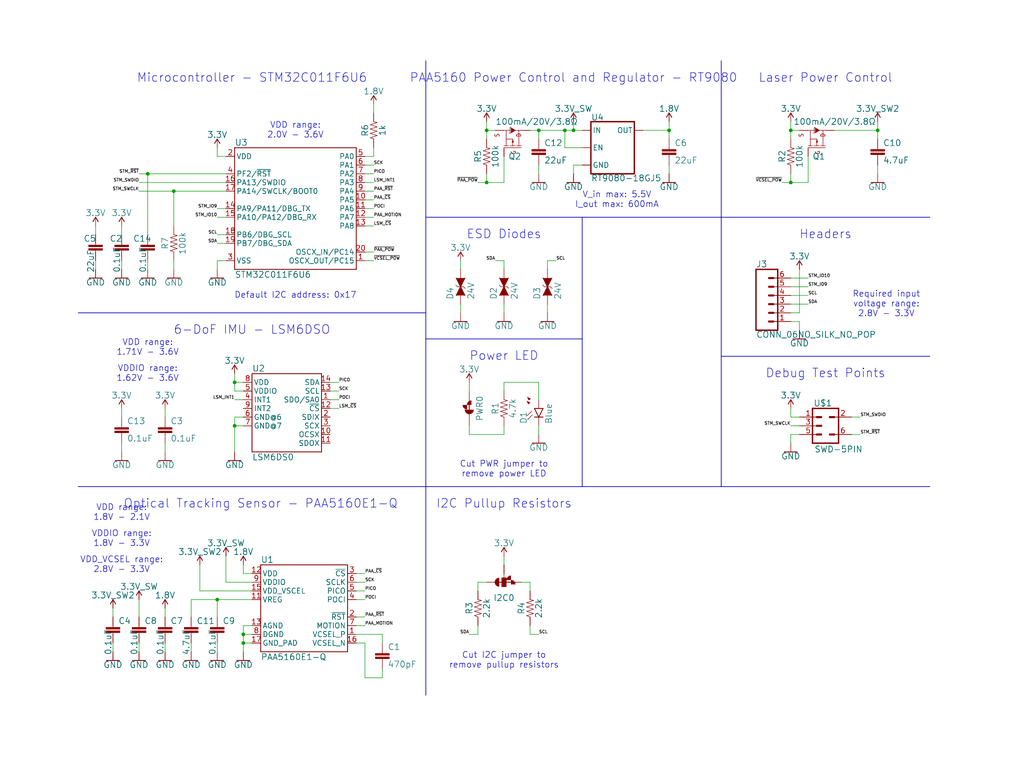
<source format=kicad_sch>
(kicad_sch (version 20250114) (generator "eeschema") (generator_version "9.0")
  (paper "User" 299.314 224.739)
  (text "Power LED" (at 147.32 104.14 0) (effects (font (size 2.54 2.54))))
  (text "VDD range:\n2.0V - 3.6V" (at 86.36 38.1 0) (effects (font (size 1.778 1.778))))
  (text "I2C Pullup Resistors" (at 147.32 147.32 0) (effects (font (size 2.54 2.54))))
  (text "6-DoF IMU - LSM6DSO" (at 73.66 96.52 0) (effects (font (size 2.54 2.54))))
  (text "Microcontroller - STM32C011F6U6" (at 73.66 22.86 0) (effects (font (size 2.54 2.54))))
  (text "Cut I2C jumper to\nremove pullup resistors" (at 147.32 193.04 0) (effects (font (size 1.778 1.778))))
  (text "VDDIO range:\n1.62V - 3.6V" (at 43.18 109.22 0) (effects (font (size 1.778 1.778))))
  (text "VDDIO range:\n1.8V - 3.3V" (at 35.56 157.48 0) (effects (font (size 1.778 1.778))))
  (text "Debug Test Points" (at 241.3 109.22 0) (effects (font (size 2.54 2.54))))
  (text "Cut PWR jumper to\nremove power LED" (at 147.32 137.16 0) (effects (font (size 1.778 1.778))))
  (text "PAA5160 Power Control and Regulator - RT9080" (at 167.64 22.86 0) (effects (font (size 2.54 2.54))))
  (text "Default I2C address: 0x17" (at 86.36 86.36 0) (effects (font (size 1.778 1.778))))
  (text "VDD range:\n1.8V - 2.1V" (at 35.56 149.86 0) (effects (font (size 1.778 1.778))))
  (text "Required input\nvoltage range:\n2.8V - 3.3V" (at 259.08 88.9 0) (effects (font (size 1.778 1.778))))
  (text "ESD Diodes" (at 147.32 68.58 0) (effects (font (size 2.54 2.54))))
  (text "V_in max: 5.5V\nI_out max: 600mA" (at 180.34 58.42 0) (effects (font (size 1.778 1.778))))
  (text "Headers" (at 241.3 68.58 0) (effects (font (size 2.54 2.54))))
  (text "VDD_VCSEL range:\n2.8V - 3.3V" (at 35.56 165.1 0) (effects (font (size 1.778 1.778))))
  (text "Laser Power Control" (at 241.3 22.86 0) (effects (font (size 2.54 2.54))))
  (text "Optical Tracking Sensor - PAA5160E1-Q" (at 76.2 147.32 0) (effects (font (size 2.54 2.54))))
  (text "VDD range:\n1.71V - 3.6V" (at 43.18 101.6 0) (effects (font (size 1.778 1.778))))
  (junction (at 195.58 38.1))
  (junction (at 63.5 175.26))
  (junction (at 50.8 55.88))
  (junction (at 157.48 38.1))
  (junction (at 68.58 124.46))
  (junction (at 142.24 53.34))
  (junction (at 68.58 111.76))
  (junction (at 231.14 38.1))
  (junction (at 167.64 38.1))
  (junction (at 71.12 185.42))
  (junction (at 231.14 53.34))
  (junction (at 165.1 38.1))
  (junction (at 71.12 187.96))
  (junction (at 142.24 38.1))
  (junction (at 43.18 50.8))
  (junction (at 256.54 38.1))
  (wire (pts (xy 142.24 53.34) (xy 147.32 53.34)) (stroke (width 0.1524)))
  (wire (pts (xy 104.14 167.64) (xy 106.68 167.64)) (stroke (width 0.1524)))
  (wire (pts (xy 104.14 172.72) (xy 106.68 172.72)) (stroke (width 0.1524)))
  (wire (pts (xy 231.14 53.34) (xy 236.22 53.34)) (stroke (width 0.1524)))
  (wire (pts (xy 152.4 170.18) (xy 154.94 170.18)) (stroke (width 0.1524)))
  (polyline (pts (xy 124.46 91.44) (xy 22.86 91.44)) (stroke (width 0.2032) (type solid)))
  (wire (pts (xy 63.5 78.74) (xy 63.5 76.2)) (stroke (width 0.1524)))
  (wire (pts (xy 71.12 182.88) (xy 71.12 185.42)) (stroke (width 0.1524)))
  (wire (pts (xy 104.14 180.34) (xy 106.68 180.34)) (stroke (width 0.1524)))
  (wire (pts (xy 35.56 66.04) (xy 35.56 68.58)) (stroke (width 0.1524)))
  (wire (pts (xy 71.12 167.64) (xy 71.12 165.1)) (stroke (width 0.1524)))
  (wire (pts (xy 68.58 132.08) (xy 68.58 124.46)) (stroke (width 0.1524)))
  (wire (pts (xy 66.04 50.8) (xy 43.18 50.8)) (stroke (width 0.1524)))
  (wire (pts (xy 231.14 53.34) (xy 228.6 53.34)) (stroke (width 0.1524)))
  (wire (pts (xy 63.5 45.72) (xy 63.5 43.18)) (stroke (width 0.1524)))
  (polyline (pts (xy 124.46 99.06) (xy 170.18 99.06)) (stroke (width 0.2032) (type solid)))
  (polyline (pts (xy 210.82 104.14) (xy 210.82 142.24)) (stroke (width 0.2032) (type solid)))
  (wire (pts (xy 195.58 38.1) (xy 195.58 35.56)) (stroke (width 0.1524)))
  (wire (pts (xy 236.22 53.34) (xy 236.22 45.72)) (stroke (width 0.1524)))
  (wire (pts (xy 195.58 50.8) (xy 195.58 48.26)) (stroke (width 0.1524)))
  (wire (pts (xy 58.42 172.72) (xy 58.42 165.1)) (stroke (width 0.1524)))
  (wire (pts (xy 48.26 132.08) (xy 48.26 129.54)) (stroke (width 0.1524)))
  (wire (pts (xy 106.68 76.2) (xy 109.22 76.2)) (stroke (width 0.1524)))
  (wire (pts (xy 50.8 66.04) (xy 50.8 55.88)) (stroke (width 0.1524)))
  (wire (pts (xy 73.66 172.72) (xy 58.42 172.72)) (stroke (width 0.1524)))
  (wire (pts (xy 139.7 182.88) (xy 139.7 185.42)) (stroke (width 0.1524)))
  (polyline (pts (xy 210.82 142.24) (xy 271.78 142.24)) (stroke (width 0.2032) (type solid)))
  (wire (pts (xy 157.48 38.1) (xy 165.1 38.1)) (stroke (width 0.1524)))
  (wire (pts (xy 147.32 162.56) (xy 147.32 165.1)) (stroke (width 0.1524)))
  (wire (pts (xy 233.68 38.1) (xy 231.14 38.1)) (stroke (width 0.1524)))
  (polyline (pts (xy 170.18 142.24) (xy 170.18 99.06)) (stroke (width 0.2032) (type solid)))
  (wire (pts (xy 106.68 73.66) (xy 109.22 73.66)) (stroke (width 0.1524)))
  (wire (pts (xy 233.68 96.52) (xy 233.68 93.98)) (stroke (width 0.1524)))
  (wire (pts (xy 111.76 198.12) (xy 111.76 195.58)) (stroke (width 0.1524)))
  (wire (pts (xy 111.76 185.42) (xy 111.76 187.96)) (stroke (width 0.1524)))
  (wire (pts (xy 160.02 78.74) (xy 160.02 76.2)) (stroke (width 0.1524)))
  (wire (pts (xy 231.14 40.64) (xy 231.14 38.1)) (stroke (width 0.1524)))
  (wire (pts (xy 73.66 167.64) (xy 71.12 167.64)) (stroke (width 0.1524)))
  (wire (pts (xy 231.14 86.36) (xy 236.22 86.36)) (stroke (width 0.1524)))
  (wire (pts (xy 233.68 91.44) (xy 233.68 78.74)) (stroke (width 0.1524)))
  (wire (pts (xy 231.14 129.54) (xy 231.14 127)) (stroke (width 0.1524)))
  (polyline (pts (xy 170.18 142.24) (xy 124.46 142.24)) (stroke (width 0.2032) (type solid)))
  (wire (pts (xy 66.04 71.12) (xy 63.5 71.12)) (stroke (width 0.1524)))
  (wire (pts (xy 139.7 170.18) (xy 142.24 170.18)) (stroke (width 0.1524)))
  (wire (pts (xy 48.26 119.38) (xy 48.26 121.92)) (stroke (width 0.1524)))
  (wire (pts (xy 35.56 132.08) (xy 35.56 129.54)) (stroke (width 0.1524)))
  (wire (pts (xy 71.12 185.42) (xy 71.12 187.96)) (stroke (width 0.1524)))
  (wire (pts (xy 63.5 190.5) (xy 63.5 187.96)) (stroke (width 0.1524)))
  (wire (pts (xy 104.14 182.88) (xy 106.68 182.88)) (stroke (width 0.1524)))
  (wire (pts (xy 48.26 190.5) (xy 48.26 187.96)) (stroke (width 0.1524)))
  (wire (pts (xy 256.54 50.8) (xy 256.54 48.26)) (stroke (width 0.1524)))
  (wire (pts (xy 231.14 38.1) (xy 231.14 35.56)) (stroke (width 0.1524)))
  (wire (pts (xy 139.7 172.72) (xy 139.7 170.18)) (stroke (width 0.1524)))
  (wire (pts (xy 142.24 50.8) (xy 142.24 53.34)) (stroke (width 0.1524)))
  (wire (pts (xy 231.14 91.44) (xy 233.68 91.44)) (stroke (width 0.1524)))
  (wire (pts (xy 55.88 190.5) (xy 55.88 187.96)) (stroke (width 0.1524)))
  (wire (pts (xy 40.64 190.5) (xy 40.64 187.96)) (stroke (width 0.1524)))
  (wire (pts (xy 73.66 185.42) (xy 71.12 185.42)) (stroke (width 0.1524)))
  (wire (pts (xy 50.8 55.88) (xy 40.64 55.88)) (stroke (width 0.1524)))
  (polyline (pts (xy 124.46 142.24) (xy 124.46 203.2)) (stroke (width 0.2032) (type solid)))
  (wire (pts (xy 142.24 40.64) (xy 142.24 38.1)) (stroke (width 0.1524)))
  (wire (pts (xy 157.48 116.84) (xy 157.48 111.76)) (stroke (width 0.1524)))
  (wire (pts (xy 256.54 35.56) (xy 256.54 38.1)) (stroke (width 0.1524)))
  (polyline (pts (xy 124.46 142.24) (xy 22.86 142.24)) (stroke (width 0.2032) (type solid)))
  (wire (pts (xy 170.18 43.18) (xy 165.1 43.18)) (stroke (width 0.1524)))
  (polyline (pts (xy 210.82 63.5) (xy 271.78 63.5)) (stroke (width 0.2032) (type solid)))
  (polyline (pts (xy 210.82 63.5) (xy 210.82 17.78)) (stroke (width 0.2032) (type solid)))
  (wire (pts (xy 66.04 45.72) (xy 63.5 45.72)) (stroke (width 0.1524)))
  (wire (pts (xy 154.94 170.18) (xy 154.94 172.72)) (stroke (width 0.1524)))
  (wire (pts (xy 167.64 50.8) (xy 167.64 48.26)) (stroke (width 0.1524)))
  (wire (pts (xy 231.14 121.92) (xy 231.14 119.38)) (stroke (width 0.1524)))
  (wire (pts (xy 248.92 127) (xy 251.46 127)) (stroke (width 0.1524)))
  (wire (pts (xy 134.62 91.44) (xy 134.62 88.9)) (stroke (width 0.1524)))
  (wire (pts (xy 165.1 38.1) (xy 167.64 38.1)) (stroke (width 0.1524)))
  (wire (pts (xy 157.48 50.8) (xy 157.48 48.26)) (stroke (width 0.1524)))
  (wire (pts (xy 147.32 127) (xy 147.32 124.46)) (stroke (width 0.1524)))
  (polyline (pts (xy 170.18 63.5) (xy 210.82 63.5)) (stroke (width 0.2032) (type solid)))
  (wire (pts (xy 144.78 38.1) (xy 142.24 38.1)) (stroke (width 0.1524)))
  (wire (pts (xy 66.04 55.88) (xy 50.8 55.88)) (stroke (width 0.1524)))
  (wire (pts (xy 96.52 119.38) (xy 99.06 119.38)) (stroke (width 0.1524)))
  (polyline (pts (xy 124.46 63.5) (xy 124.46 17.78)) (stroke (width 0.2032) (type solid)))
  (wire (pts (xy 27.94 66.04) (xy 27.94 68.58)) (stroke (width 0.1524)))
  (wire (pts (xy 73.66 170.18) (xy 66.04 170.18)) (stroke (width 0.1524)))
  (wire (pts (xy 231.14 50.8) (xy 231.14 53.34)) (stroke (width 0.1524)))
  (wire (pts (xy 106.68 66.04) (xy 109.22 66.04)) (stroke (width 0.1524)))
  (wire (pts (xy 167.64 38.1) (xy 167.64 35.56)) (stroke (width 0.1524)))
  (wire (pts (xy 106.68 45.72) (xy 109.22 45.72)) (stroke (width 0.1524)))
  (wire (pts (xy 106.68 198.12) (xy 111.76 198.12)) (stroke (width 0.1524)))
  (wire (pts (xy 231.14 83.82) (xy 236.22 83.82)) (stroke (width 0.1524)))
  (wire (pts (xy 96.52 116.84) (xy 99.06 116.84)) (stroke (width 0.1524)))
  (wire (pts (xy 160.02 76.2) (xy 162.56 76.2)) (stroke (width 0.1524)))
  (wire (pts (xy 71.12 114.3) (xy 68.58 114.3)) (stroke (width 0.1524)))
  (wire (pts (xy 35.56 78.74) (xy 35.56 76.2)) (stroke (width 0.1524)))
  (wire (pts (xy 256.54 38.1) (xy 256.54 40.64)) (stroke (width 0.1524)))
  (wire (pts (xy 55.88 175.26) (xy 63.5 175.26)) (stroke (width 0.1524)))
  (wire (pts (xy 104.14 170.18) (xy 106.68 170.18)) (stroke (width 0.1524)))
  (wire (pts (xy 63.5 175.26) (xy 73.66 175.26)) (stroke (width 0.1524)))
  (wire (pts (xy 160.02 91.44) (xy 160.02 88.9)) (stroke (width 0.1524)))
  (wire (pts (xy 106.68 53.34) (xy 109.22 53.34)) (stroke (width 0.1524)))
  (wire (pts (xy 43.18 78.74) (xy 43.18 76.2)) (stroke (width 0.1524)))
  (wire (pts (xy 27.94 78.74) (xy 27.94 76.2)) (stroke (width 0.1524)))
  (wire (pts (xy 165.1 43.18) (xy 165.1 38.1)) (stroke (width 0.1524)))
  (wire (pts (xy 147.32 76.2) (xy 144.78 76.2)) (stroke (width 0.1524)))
  (wire (pts (xy 142.24 38.1) (xy 142.24 35.56)) (stroke (width 0.1524)))
  (wire (pts (xy 154.94 38.1) (xy 157.48 38.1)) (stroke (width 0.1524)))
  (wire (pts (xy 106.68 60.96) (xy 109.22 60.96)) (stroke (width 0.1524)))
  (wire (pts (xy 137.16 127) (xy 147.32 127)) (stroke (width 0.1524)))
  (wire (pts (xy 71.12 116.84) (xy 68.58 116.84)) (stroke (width 0.1524)))
  (wire (pts (xy 68.58 109.22) (xy 68.58 111.76)) (stroke (width 0.1524)))
  (wire (pts (xy 96.52 114.3) (xy 99.06 114.3)) (stroke (width 0.1524)))
  (wire (pts (xy 109.22 63.5) (xy 106.68 63.5)) (stroke (width 0.1524)))
  (wire (pts (xy 170.18 38.1) (xy 167.64 38.1)) (stroke (width 0.1524)))
  (wire (pts (xy 243.84 38.1) (xy 256.54 38.1)) (stroke (width 0.1524)))
  (wire (pts (xy 73.66 182.88) (xy 71.12 182.88)) (stroke (width 0.1524)))
  (wire (pts (xy 231.14 88.9) (xy 236.22 88.9)) (stroke (width 0.1524)))
  (wire (pts (xy 157.48 127) (xy 157.48 124.46)) (stroke (width 0.1524)))
  (polyline (pts (xy 210.82 104.14) (xy 271.78 104.14)) (stroke (width 0.2032) (type solid)))
  (wire (pts (xy 68.58 121.92) (xy 68.58 124.46)) (stroke (width 0.1524)))
  (wire (pts (xy 40.64 175.26) (xy 40.64 180.34)) (stroke (width 0.1524)))
  (wire (pts (xy 231.14 127) (xy 233.68 127)) (stroke (width 0.1524)))
  (wire (pts (xy 63.5 180.34) (xy 63.5 175.26)) (stroke (width 0.1524)))
  (wire (pts (xy 106.68 50.8) (xy 109.22 50.8)) (stroke (width 0.1524)))
  (wire (pts (xy 154.94 185.42) (xy 157.48 185.42)) (stroke (width 0.1524)))
  (wire (pts (xy 134.62 78.74) (xy 134.62 76.2)) (stroke (width 0.1524)))
  (wire (pts (xy 142.24 53.34) (xy 139.7 53.34)) (stroke (width 0.1524)))
  (wire (pts (xy 66.04 170.18) (xy 66.04 162.56)) (stroke (width 0.1524)))
  (wire (pts (xy 55.88 180.34) (xy 55.88 175.26)) (stroke (width 0.1524)))
  (wire (pts (xy 233.68 93.98) (xy 231.14 93.98)) (stroke (width 0.1524)))
  (wire (pts (xy 109.22 45.72) (xy 109.22 43.18)) (stroke (width 0.1524)))
  (wire (pts (xy 71.12 187.96) (xy 73.66 187.96)) (stroke (width 0.1524)))
  (polyline (pts (xy 170.18 63.5) (xy 124.46 63.5)) (stroke (width 0.2032) (type solid)))
  (wire (pts (xy 147.32 78.74) (xy 147.32 76.2)) (stroke (width 0.1524)))
  (polyline (pts (xy 124.46 91.44) (xy 124.46 99.06)) (stroke (width 0.2032) (type solid)))
  (wire (pts (xy 147.32 53.34) (xy 147.32 45.72)) (stroke (width 0.1524)))
  (polyline (pts (xy 170.18 99.06) (xy 170.18 63.5)) (stroke (width 0.2032) (type solid)))
  (wire (pts (xy 195.58 40.64) (xy 195.58 38.1)) (stroke (width 0.1524)))
  (wire (pts (xy 33.02 190.5) (xy 33.02 187.96)) (stroke (width 0.1524)))
  (wire (pts (xy 48.26 177.8) (xy 48.26 180.34)) (stroke (width 0.1524)))
  (wire (pts (xy 187.96 38.1) (xy 195.58 38.1)) (stroke (width 0.1524)))
  (wire (pts (xy 66.04 68.58) (xy 63.5 68.58)) (stroke (width 0.1524)))
  (polyline (pts (xy 124.46 99.06) (xy 124.46 142.24)) (stroke (width 0.2032) (type solid)))
  (wire (pts (xy 154.94 182.88) (xy 154.94 185.42)) (stroke (width 0.1524)))
  (wire (pts (xy 147.32 114.3) (xy 147.32 111.76)) (stroke (width 0.1524)))
  (polyline (pts (xy 210.82 63.5) (xy 210.82 104.14)) (stroke (width 0.2032) (type solid)))
  (wire (pts (xy 68.58 111.76) (xy 71.12 111.76)) (stroke (width 0.1524)))
  (wire (pts (xy 106.68 48.26) (xy 109.22 48.26)) (stroke (width 0.1524)))
  (wire (pts (xy 104.14 187.96) (xy 106.68 187.96)) (stroke (width 0.1524)))
  (wire (pts (xy 233.68 124.46) (xy 231.14 124.46)) (stroke (width 0.1524)))
  (wire (pts (xy 248.92 121.92) (xy 251.46 121.92)) (stroke (width 0.1524)))
  (wire (pts (xy 137.16 114.3) (xy 137.16 111.76)) (stroke (width 0.1524)))
  (wire (pts (xy 63.5 76.2) (xy 66.04 76.2)) (stroke (width 0.1524)))
  (wire (pts (xy 106.68 58.42) (xy 109.22 58.42)) (stroke (width 0.1524)))
  (wire (pts (xy 50.8 78.74) (xy 50.8 76.2)) (stroke (width 0.1524)))
  (wire (pts (xy 109.22 55.88) (xy 106.68 55.88)) (stroke (width 0.1524)))
  (polyline (pts (xy 170.18 142.24) (xy 210.82 142.24)) (stroke (width 0.2032) (type solid)))
  (wire (pts (xy 96.52 111.76) (xy 99.06 111.76)) (stroke (width 0.1524)))
  (wire (pts (xy 167.64 48.26) (xy 170.18 48.26)) (stroke (width 0.1524)))
  (wire (pts (xy 106.68 187.96) (xy 106.68 198.12)) (stroke (width 0.1524)))
  (wire (pts (xy 66.04 53.34) (xy 40.64 53.34)) (stroke (width 0.1524)))
  (wire (pts (xy 68.58 124.46) (xy 71.12 124.46)) (stroke (width 0.1524)))
  (wire (pts (xy 71.12 190.5) (xy 71.12 187.96)) (stroke (width 0.1524)))
  (wire (pts (xy 139.7 185.42) (xy 137.16 185.42)) (stroke (width 0.1524)))
  (wire (pts (xy 147.32 111.76) (xy 157.48 111.76)) (stroke (width 0.1524)))
  (wire (pts (xy 66.04 60.96) (xy 63.5 60.96)) (stroke (width 0.1524)))
  (wire (pts (xy 43.18 68.58) (xy 43.18 50.8)) (stroke (width 0.1524)))
  (wire (pts (xy 233.68 121.92) (xy 231.14 121.92)) (stroke (width 0.1524)))
  (wire (pts (xy 147.32 91.44) (xy 147.32 88.9)) (stroke (width 0.1524)))
  (wire (pts (xy 104.14 185.42) (xy 111.76 185.42)) (stroke (width 0.1524)))
  (wire (pts (xy 33.02 177.8) (xy 33.02 180.34)) (stroke (width 0.1524)))
  (wire (pts (xy 231.14 81.28) (xy 236.22 81.28)) (stroke (width 0.1524)))
  (wire (pts (xy 137.16 124.46) (xy 137.16 127)) (stroke (width 0.1524)))
  (wire (pts (xy 104.14 175.26) (xy 106.68 175.26)) (stroke (width 0.1524)))
  (wire (pts (xy 109.22 33.02) (xy 109.22 30.48)) (stroke (width 0.1524)))
  (wire (pts (xy 68.58 114.3) (xy 68.58 111.76)) (stroke (width 0.1524)))
  (wire (pts (xy 43.18 50.8) (xy 40.64 50.8)) (stroke (width 0.1524)))
  (wire (pts (xy 157.48 38.1) (xy 157.48 40.64)) (stroke (width 0.1524)))
  (wire (pts (xy 66.04 63.5) (xy 63.5 63.5)) (stroke (width 0.1524)))
  (wire (pts (xy 35.56 119.38) (xy 35.56 121.92)) (stroke (width 0.1524)))
  (wire (pts (xy 71.12 121.92) (xy 68.58 121.92)) (stroke (width 0.1524)))
  (polyline (pts (xy 124.46 63.5) (xy 124.46 91.44)) (stroke (width 0.2032) (type solid)))
  (label "SDA" (at 144.78 76.2 180) (effects (font (size 0.889 0.889))))
  (label "PAA_~{RST}" (at 106.68 180.34 0) (effects (font (size 0.889 0.889))))
  (label "PICO" (at 99.06 111.76 0) (effects (font (size 0.889 0.889))))
  (label "PICO" (at 109.22 50.8 0) (effects (font (size 0.889 0.889))))
  (label "STM_~{RST}" (at 251.46 127 0) (effects (font (size 0.889 0.889))))
  (label "STM_IO9" (at 63.5 60.96 180) (effects (font (size 0.889 0.889))))
  (label "PAA_~{RST}" (at 109.22 55.88 0) (effects (font (size 0.889 0.889))))
  (label "STM_SWCLK" (at 231.14 124.46 180) (effects (font (size 0.889 0.889))))
  (label "LSM_~{CS}" (at 109.22 66.04 0) (effects (font (size 0.889 0.889))))
  (label "SCL" (at 162.56 76.2 0) (effects (font (size 0.889 0.889))))
  (label "SCK" (at 106.68 170.18 0) (effects (font (size 0.889 0.889))))
  (label "PAA_~{CS}" (at 106.68 167.64 0) (effects (font (size 0.889 0.889))))
  (label "POCI" (at 109.22 60.96 0) (effects (font (size 0.889 0.889))))
  (label "STM_IO10" (at 63.5 63.5 180) (effects (font (size 0.889 0.889))))
  (label "LSM_INT1" (at 109.22 53.34 0) (effects (font (size 0.889 0.889))))
  (label "PICO" (at 106.68 172.72 0) (effects (font (size 0.889 0.889))))
  (label "PAA_MOTION" (at 106.68 182.88 0) (effects (font (size 0.889 0.889))))
  (label "~{VCSEL_POW}" (at 109.22 76.2 0) (effects (font (size 0.889 0.889))))
  (label "~{PAA_POW}" (at 109.22 73.66 0) (effects (font (size 0.889 0.889))))
  (label "STM_IO10" (at 236.22 81.28 0) (effects (font (size 0.889 0.889))))
  (label "SDA" (at 63.5 71.12 180) (effects (font (size 0.889 0.889))))
  (label "LSM_~{CS}" (at 99.06 119.38 0) (effects (font (size 0.889 0.889))))
  (label "STM_SWDIO" (at 251.46 121.92 0) (effects (font (size 0.889 0.889))))
  (label "STM_SWDIO" (at 40.64 53.34 180) (effects (font (size 0.889 0.889))))
  (label "STM_IO9" (at 236.22 83.82 0) (effects (font (size 0.889 0.889))))
  (label "SDA" (at 137.16 185.42 180) (effects (font (size 0.889 0.889))))
  (label "PAA_MOTION" (at 109.22 63.5 0) (effects (font (size 0.889 0.889))))
  (label "LSM_INT1" (at 68.58 116.84 180) (effects (font (size 0.889 0.889))))
  (label "SCK" (at 99.06 114.3 0) (effects (font (size 0.889 0.889))))
  (label "SDA" (at 236.22 88.9 0) (effects (font (size 0.889 0.889))))
  (label "~{VCSEL_POW}" (at 228.6 53.34 180) (effects (font (size 0.889 0.889))))
  (label "SCL" (at 236.22 86.36 0) (effects (font (size 0.889 0.889))))
  (label "STM_SWCLK" (at 40.64 55.88 180) (effects (font (size 0.889 0.889))))
  (label "POCI" (at 106.68 175.26 0) (effects (font (size 0.889 0.889))))
  (label "PAA_~{CS}" (at 109.22 58.42 0) (effects (font (size 0.889 0.889))))
  (label "SCK" (at 109.22 48.26 0) (effects (font (size 0.889 0.889))))
  (label "STM_~{RST}" (at 40.64 50.8 180) (effects (font (size 0.889 0.889))))
  (label "~{PAA_POW}" (at 139.7 53.34 180) (effects (font (size 0.889 0.889))))
  (label "SCL" (at 63.5 68.58 180) (effects (font (size 0.889 0.889))))
  (label "POCI" (at 99.06 116.84 0) (effects (font (size 0.889 0.889))))
  (label "SCL" (at 157.48 185.42 0) (effects (font (size 0.889 0.889))))
  (symbol (lib_id "Optical_Tracking_Odometry_Sensor-eagle-import:3.3V_SW2") (at 256.54 35.56 0) (unit 1)
    (property "Reference" "#SUPPLY1" (effects (hide yes)))
    (property "Value" "3.3V_SW2" (at 256.54 32.766 0) (effects (font (size 1.778 1.778)) (justify bottom)))
  )
  (symbol (lib_id "Optical_Tracking_Odometry_Sensor-eagle-import:GND") (at 233.68 99.06 0) (unit 1)
    (property "Reference" "#GND7" (effects (hide yes)))
    (property "Value" "GND" (at 233.68 99.314 0) (effects (font (size 1.778 1.778)) (justify top)))
  )
  (symbol (lib_id "Optical_Tracking_Odometry_Sensor-eagle-import:DIODE_TVS") (at 160.02 83.82 90) (unit 1)
    (property "Reference" "D3" (at 157.988 87.63 0) (effects (font (size 1.778 1.778)) (justify left bottom)))
    (property "Value" "24V" (at 162.052 87.63 0) (effects (font (size 1.778 1.778)) (justify left top)))
    (property "Footprint" "Optical_Tracking_Odometry_Sensor:0603" (effects (hide yes)))
  )
  (symbol (lib_id "Optical_Tracking_Odometry_Sensor-eagle-import:4.7KOHM-0603-1/10W-1%") (at 147.32 119.38 90) (unit 1)
    (property "Reference" "R1" (at 145.796 119.38 0) (effects (font (size 1.778 1.778)) (justify bottom)))
    (property "Value" "4.7k" (at 148.844 119.38 0) (effects (font (size 1.778 1.778)) (justify top)))
    (property "Footprint" "Optical_Tracking_Odometry_Sensor:0603" (effects (hide yes)))
  )
  (symbol (lib_id "Optical_Tracking_Odometry_Sensor-eagle-import:0.1UF-0603-25V-(+80/-20%)") (at 63.5 185.42 0) (unit 1)
    (property "Reference" "C9" (at 65.024 182.499 0) (effects (font (size 1.778 1.778)) (justify left bottom)))
    (property "Value" "0.1uF" (at 63.119 191.516 90) (effects (font (size 1.778 1.778)) (justify left bottom)))
    (property "Footprint" "Optical_Tracking_Odometry_Sensor:0603" (effects (hide yes)))
  )
  (symbol (lib_id "Optical_Tracking_Odometry_Sensor-eagle-import:1.8V") (at 109.22 30.48 0) (unit 1)
    (property "Reference" "#SUPPLY25" (effects (hide yes)))
    (property "Value" "1.8V" (at 109.22 27.686 0) (effects (font (size 1.778 1.778)) (justify bottom)))
  )
  (symbol (lib_id "Optical_Tracking_Odometry_Sensor-eagle-import:1.8V") (at 71.12 165.1 0) (unit 1)
    (property "Reference" "#SUPPLY2" (effects (hide yes)))
    (property "Value" "1.8V" (at 71.12 162.306 0) (effects (font (size 1.778 1.778)) (justify bottom)))
  )
  (symbol (lib_id "Optical_Tracking_Odometry_Sensor-eagle-import:3.3V") (at 48.26 119.38 0) (unit 1)
    (property "Reference" "#SUPPLY14" (effects (hide yes)))
    (property "Value" "3.3V" (at 48.26 116.586 0) (effects (font (size 1.778 1.778)) (justify bottom)))
  )
  (symbol (lib_id "Optical_Tracking_Odometry_Sensor-eagle-import:DIODE_TVS") (at 134.62 83.82 90) (unit 1)
    (property "Reference" "D4" (at 132.588 87.63 0) (effects (font (size 1.778 1.778)) (justify left bottom)))
    (property "Value" "24V" (at 136.652 87.63 0) (effects (font (size 1.778 1.778)) (justify left top)))
    (property "Footprint" "Optical_Tracking_Odometry_Sensor:0603" (effects (hide yes)))
  )
  (symbol (lib_id "Optical_Tracking_Odometry_Sensor-eagle-import:3.3V") (at 35.56 119.38 0) (unit 1)
    (property "Reference" "#SUPPLY3" (effects (hide yes)))
    (property "Value" "3.3V" (at 35.56 116.586 0) (effects (font (size 1.778 1.778)) (justify bottom)))
  )
  (symbol (lib_id "Optical_Tracking_Odometry_Sensor-eagle-import:LED-RED_0603-KB") (at 157.48 119.38 0) (unit 1)
    (property "Reference" "D1" (at 154.051 123.952 90) (effects (font (size 1.778 1.778)) (justify left bottom)))
    (property "Value" "Blue" (at 159.385 123.952 90) (effects (font (size 1.778 1.778)) (justify left top)))
    (property "Footprint" "Optical_Tracking_Odometry_Sensor:LED-0603" (effects (hide yes)))
  )
  (symbol (lib_id "Optical_Tracking_Odometry_Sensor-eagle-import:GND") (at 48.26 134.62 0) (unit 1)
    (property "Reference" "#GND11" (effects (hide yes)))
    (property "Value" "GND" (at 48.26 134.874 0) (effects (font (size 1.778 1.778)) (justify top)))
  )
  (symbol (lib_id "Optical_Tracking_Odometry_Sensor-eagle-import:4.7UF-0603-6.3V-(10%)") (at 256.54 45.72 0) (unit 1)
    (property "Reference" "C10" (at 258.064 42.799 0) (effects (font (size 1.778 1.778)) (justify left bottom)))
    (property "Value" "4.7uF" (at 258.064 47.879 0) (effects (font (size 1.778 1.778)) (justify left bottom)))
    (property "Footprint" "Optical_Tracking_Odometry_Sensor:0603" (effects (hide yes)))
  )
  (symbol (lib_id "Optical_Tracking_Odometry_Sensor-eagle-import:100KOHM-0603-1/10W-1%") (at 231.14 45.72 90) (unit 1)
    (property "Reference" "R2" (at 229.616 45.72 0) (effects (font (size 1.778 1.778)) (justify bottom)))
    (property "Value" "100k" (at 232.664 45.72 0) (effects (font (size 1.778 1.778)) (justify top)))
    (property "Footprint" "Optical_Tracking_Odometry_Sensor:0603" (effects (hide yes)))
  )
  (symbol (lib_id "Optical_Tracking_Odometry_Sensor-eagle-import:22UF-0603-6.3V-20%") (at 195.58 45.72 0) (unit 1)
    (property "Reference" "C6" (at 197.104 42.799 0) (effects (font (size 1.778 1.778)) (justify left bottom)))
    (property "Value" "22uF" (at 197.104 47.879 0) (effects (font (size 1.778 1.778)) (justify left bottom)))
    (property "Footprint" "Optical_Tracking_Odometry_Sensor:0603" (effects (hide yes)))
  )
  (symbol (lib_id "Optical_Tracking_Odometry_Sensor-eagle-import:2.2KOHM-0603-1/10W-1%") (at 139.7 177.8 90) (unit 1)
    (property "Reference" "R3" (at 138.176 177.8 0) (effects (font (size 1.778 1.778)) (justify bottom)))
    (property "Value" "2.2k" (at 141.224 177.8 0) (effects (font (size 1.778 1.778)) (justify top)))
    (property "Footprint" "Optical_Tracking_Odometry_Sensor:0603" (effects (hide yes)))
  )
  (symbol (lib_id "Optical_Tracking_Odometry_Sensor-eagle-import:3.3V") (at 142.24 35.56 0) (unit 1)
    (property "Reference" "#SUPPLY15" (effects (hide yes)))
    (property "Value" "3.3V" (at 142.24 32.766 0) (effects (font (size 1.778 1.778)) (justify bottom)))
  )
  (symbol (lib_id "Optical_Tracking_Odometry_Sensor-eagle-import:GND") (at 157.48 53.34 0) (unit 1)
    (property "Reference" "#GND23" (effects (hide yes)))
    (property "Value" "GND" (at 157.48 53.594 0) (effects (font (size 1.778 1.778)) (justify top)))
  )
  (symbol (lib_id "Optical_Tracking_Odometry_Sensor-eagle-import:MOSFET_PCH-RE1C001ZPTL") (at 238.76 40.64 270) (mirror x) (unit 1)
    (property "Reference" "Q1" (at 241.3 46.736 90) (effects (font (size 1.778 1.778)) (justify right top)))
    (property "Value" "100mA/20V/3.8Ω" (at 231.902 34.544 90) (effects (font (size 1.778 1.778)) (justify left bottom)))
    (property "Footprint" "Optical_Tracking_Odometry_Sensor:SOT-416FL" (effects (hide yes)))
  )
  (symbol (lib_id "Optical_Tracking_Odometry_Sensor-eagle-import:GND") (at 157.48 129.54 0) (unit 1)
    (property "Reference" "#GND8" (effects (hide yes)))
    (property "Value" "GND" (at 157.48 129.794 0) (effects (font (size 1.778 1.778)) (justify top)))
  )
  (symbol (lib_id "Optical_Tracking_Odometry_Sensor-eagle-import:0.1UF-0603-25V-(+80/-20%)") (at 48.26 185.42 0) (unit 1)
    (property "Reference" "C7" (at 49.784 182.499 0) (effects (font (size 1.778 1.778)) (justify left bottom)))
    (property "Value" "0.1uF" (at 47.879 191.516 90) (effects (font (size 1.778 1.778)) (justify left bottom)))
    (property "Footprint" "Optical_Tracking_Odometry_Sensor:0603" (effects (hide yes)))
  )
  (symbol (lib_id "Optical_Tracking_Odometry_Sensor-eagle-import:PAA5160E1-Q") (at 88.9 177.8 0) (unit 1)
    (property "Reference" "U1" (at 76.2 162.56 0) (effects (font (size 1.778 1.778)) (justify left top)))
    (property "Value" "PAA5160E1-Q" (at 76.2 193.04 0) (effects (font (size 1.778 1.778)) (justify left bottom)))
    (property "Footprint" "Optical_Tracking_Odometry_Sensor:PAA5160E1-Q" (effects (hide yes)))
  )
  (symbol (lib_id "Optical_Tracking_Odometry_Sensor-eagle-import:LSM6DSO") (at 83.82 121.92 0) (unit 1)
    (property "Reference" "U2" (at 73.66 108.712 0) (effects (font (size 1.778 1.778)) (justify left bottom)))
    (property "Value" "LSM6DS0" (at 73.66 134.62 0) (effects (font (size 1.778 1.778)) (justify left bottom)))
    (property "Footprint" "Optical_Tracking_Odometry_Sensor:LGA14L" (effects (hide yes)))
  )
  (symbol (lib_id "Optical_Tracking_Odometry_Sensor-eagle-import:1.8V") (at 195.58 35.56 0) (unit 1)
    (property "Reference" "#SUPPLY4" (effects (hide yes)))
    (property "Value" "1.8V" (at 195.58 32.766 0) (effects (font (size 1.778 1.778)) (justify bottom)))
  )
  (symbol (lib_id "Optical_Tracking_Odometry_Sensor-eagle-import:2.2KOHM-0603-1/10W-1%") (at 154.94 177.8 90) (unit 1)
    (property "Reference" "R4" (at 153.416 177.8 0) (effects (font (size 1.778 1.778)) (justify bottom)))
    (property "Value" "2.2k" (at 156.464 177.8 0) (effects (font (size 1.778 1.778)) (justify top)))
    (property "Footprint" "Optical_Tracking_Odometry_Sensor:0603" (effects (hide yes)))
  )
  (symbol (lib_id "Optical_Tracking_Odometry_Sensor-eagle-import:GND") (at 231.14 132.08 0) (unit 1)
    (property "Reference" "#GND9" (effects (hide yes)))
    (property "Value" "GND" (at 231.14 132.334 0) (effects (font (size 1.778 1.778)) (justify top)))
  )
  (symbol (lib_id "Optical_Tracking_Odometry_Sensor-eagle-import:GND") (at 40.64 193.04 0) (unit 1)
    (property "Reference" "#GND16" (effects (hide yes)))
    (property "Value" "GND" (at 40.64 193.294 0) (effects (font (size 1.778 1.778)) (justify top)))
  )
  (symbol (lib_id "Optical_Tracking_Odometry_Sensor-eagle-import:100KOHM-0603-1/10W-1%") (at 142.24 45.72 90) (unit 1)
    (property "Reference" "R5" (at 140.716 45.72 0) (effects (font (size 1.778 1.778)) (justify bottom)))
    (property "Value" "100k" (at 143.764 45.72 0) (effects (font (size 1.778 1.778)) (justify top)))
    (property "Footprint" "Optical_Tracking_Odometry_Sensor:0603" (effects (hide yes)))
  )
  (symbol (lib_id "Optical_Tracking_Odometry_Sensor-eagle-import:SWD-5PIN") (at 241.3 124.46 0) (unit 1)
    (property "Reference" "U$1" (at 237.744 118.872 0) (effects (font (size 1.778 1.778)) (justify left bottom)))
    (property "Value" "SWD-5PIN" (at 237.998 130.302 0) (effects (font (size 1.778 1.778)) (justify left top)))
    (property "Footprint" "Optical_Tracking_Odometry_Sensor:PAD_05_03X2_TP_NO4" (effects (hide yes)))
  )
  (symbol (lib_id "Optical_Tracking_Odometry_Sensor-eagle-import:3.3V") (at 233.68 78.74 0) (unit 1)
    (property "Reference" "#SUPPLY9" (effects (hide yes)))
    (property "Value" "3.3V" (at 233.68 75.946 0) (effects (font (size 1.778 1.778)) (justify bottom)))
  )
  (symbol (lib_id "Optical_Tracking_Odometry_Sensor-eagle-import:MOSFET_PCH-RE1C001ZPTL") (at 149.86 40.64 270) (mirror x) (unit 1)
    (property "Reference" "Q2" (at 152.4 46.736 90) (effects (font (size 1.778 1.778)) (justify right top)))
    (property "Value" "100mA/20V/3.8Ω" (at 144.78 34.544 90) (effects (font (size 1.778 1.778)) (justify left bottom)))
    (property "Footprint" "Optical_Tracking_Odometry_Sensor:SOT-416FL" (effects (hide yes)))
  )
  (symbol (lib_id "Optical_Tracking_Odometry_Sensor-eagle-import:DIODE_TVS") (at 147.32 83.82 90) (unit 1)
    (property "Reference" "D2" (at 145.288 87.63 0) (effects (font (size 1.778 1.778)) (justify left bottom)))
    (property "Value" "24V" (at 149.352 87.63 0) (effects (font (size 1.778 1.778)) (justify left top)))
    (property "Footprint" "Optical_Tracking_Odometry_Sensor:0603" (effects (hide yes)))
  )
  (symbol (lib_id "Optical_Tracking_Odometry_Sensor-eagle-import:GND") (at 167.64 53.34 0) (unit 1)
    (property "Reference" "#GND2" (effects (hide yes)))
    (property "Value" "GND" (at 167.64 53.594 0) (effects (font (size 1.778 1.778)) (justify top)))
  )
  (symbol (lib_id "Optical_Tracking_Odometry_Sensor-eagle-import:GND") (at 35.56 134.62 0) (unit 1)
    (property "Reference" "#GND24" (effects (hide yes)))
    (property "Value" "GND" (at 35.56 134.874 0) (effects (font (size 1.778 1.778)) (justify top)))
  )
  (symbol (lib_id "Optical_Tracking_Odometry_Sensor-eagle-import:GND") (at 27.94 81.28 0) (unit 1)
    (property "Reference" "#GND13" (effects (hide yes)))
    (property "Value" "GND" (at 27.94 81.534 0) (effects (font (size 1.778 1.778)) (justify top)))
  )
  (symbol (lib_id "Optical_Tracking_Odometry_Sensor-eagle-import:0.1UF-0603-25V-(+80/-20%)") (at 43.18 73.66 0) (unit 1)
    (property "Reference" "C14" (at 38.862 70.739 0) (effects (font (size 1.778 1.778)) (justify left bottom)))
    (property "Value" "0.1uF" (at 42.799 79.756 90) (effects (font (size 1.778 1.778)) (justify left bottom)))
    (property "Footprint" "Optical_Tracking_Odometry_Sensor:0603" (effects (hide yes)))
  )
  (symbol (lib_id "Optical_Tracking_Odometry_Sensor-eagle-import:3.3V") (at 63.5 43.18 0) (unit 1)
    (property "Reference" "#SUPPLY8" (effects (hide yes)))
    (property "Value" "3.3V" (at 63.5 40.386 0) (effects (font (size 1.778 1.778)) (justify bottom)))
  )
  (symbol (lib_id "Optical_Tracking_Odometry_Sensor-eagle-import:3.3V") (at 231.14 119.38 0) (unit 1)
    (property "Reference" "#SUPPLY12" (effects (hide yes)))
    (property "Value" "3.3V" (at 231.14 116.586 0) (effects (font (size 1.778 1.778)) (justify bottom)))
  )
  (symbol (lib_id "Optical_Tracking_Odometry_Sensor-eagle-import:STM32C011F6U6") (at 86.36 60.96 0) (unit 1)
    (property "Reference" "U3" (at 68.58 40.64 0) (effects (font (size 1.778 1.778)) (justify left top)))
    (property "Value" "STM32C011F6U6" (at 68.58 81.28 0) (effects (font (size 1.778 1.778)) (justify left bottom)))
    (property "Footprint" "Optical_Tracking_Odometry_Sensor:STM32C011F6U6" (effects (hide yes)))
  )
  (symbol (lib_id "Optical_Tracking_Odometry_Sensor-eagle-import:3.3V") (at 27.94 66.04 0) (unit 1)
    (property "Reference" "#SUPPLY17" (effects (hide yes)))
    (property "Value" "3.3V" (at 27.94 63.246 0) (effects (font (size 1.778 1.778)) (justify bottom)))
  )
  (symbol (lib_id "Optical_Tracking_Odometry_Sensor-eagle-import:GND") (at 50.8 81.28 0) (unit 1)
    (property "Reference" "#GND25" (effects (hide yes)))
    (property "Value" "GND" (at 50.8 81.534 0) (effects (font (size 1.778 1.778)) (justify top)))
  )
  (symbol (lib_id "Optical_Tracking_Odometry_Sensor-eagle-import:JUMPER-SMT_2_NC_TRACE_SILK") (at 137.16 119.38 90) (unit 1)
    (property "Reference" "PWR0" (at 140.208 119.38 0) (effects (font (size 1.778 1.778))))
    (property "Value" "JUMPER-SMT_2_NC_TRACE_SILK" (effects (hide yes)))
    (property "Footprint" "Optical_Tracking_Odometry_Sensor:SMT-JUMPER_2_NC_TRACE_SILK" (effects (hide yes)))
  )
  (symbol (lib_id "Optical_Tracking_Odometry_Sensor-eagle-import:3.3V") (at 68.58 109.22 0) (unit 1)
    (property "Reference" "#SUPPLY7" (effects (hide yes)))
    (property "Value" "3.3V" (at 68.58 106.426 0) (effects (font (size 1.778 1.778)) (justify bottom)))
  )
  (symbol (lib_id "Optical_Tracking_Odometry_Sensor-eagle-import:3.3V") (at 147.32 162.56 0) (unit 1)
    (property "Reference" "#SUPPLY18" (effects (hide yes)))
    (property "Value" "3.3V" (at 147.32 159.766 0) (effects (font (size 1.778 1.778)) (justify bottom)))
  )
  (symbol (lib_id "Optical_Tracking_Odometry_Sensor-eagle-import:GND") (at 63.5 81.28 0) (unit 1)
    (property "Reference" "#GND4" (effects (hide yes)))
    (property "Value" "GND" (at 63.5 81.534 0) (effects (font (size 1.778 1.778)) (justify top)))
  )
  (symbol (lib_id "Optical_Tracking_Odometry_Sensor-eagle-import:3.3V_SW") (at 40.64 175.26 0) (unit 1)
    (property "Reference" "#SUPPLY24" (effects (hide yes)))
    (property "Value" "3.3V_SW" (at 40.64 172.466 0) (effects (font (size 1.778 1.778)) (justify bottom)))
  )
  (symbol (lib_id "Optical_Tracking_Odometry_Sensor-eagle-import:3.3V_SW2") (at 58.42 165.1 0) (unit 1)
    (property "Reference" "#SUPPLY22" (effects (hide yes)))
    (property "Value" "3.3V_SW2" (at 58.42 162.306 0) (effects (font (size 1.778 1.778)) (justify bottom)))
  )
  (symbol (lib_id "Optical_Tracking_Odometry_Sensor-eagle-import:GND") (at 63.5 193.04 0) (unit 1)
    (property "Reference" "#GND20" (effects (hide yes)))
    (property "Value" "GND" (at 63.5 193.294 0) (effects (font (size 1.778 1.778)) (justify top)))
  )
  (symbol (lib_id "Optical_Tracking_Odometry_Sensor-eagle-import:V_REG_RT9080-18GJ5") (at 180.34 43.18 0) (unit 1)
    (property "Reference" "U4" (at 172.72 35.306 0) (effects (font (size 1.778 1.778)) (justify left bottom)))
    (property "Value" "RT9080-18GJ5" (at 172.72 51.054 0) (effects (font (size 1.778 1.778)) (justify left top)))
    (property "Footprint" "Optical_Tracking_Odometry_Sensor:SOT23-5" (effects (hide yes)))
  )
  (symbol (lib_id "Optical_Tracking_Odometry_Sensor-eagle-import:1KOHM-0603-1/10W-1%") (at 109.22 38.1 90) (unit 1)
    (property "Reference" "R6" (at 107.696 38.1 0) (effects (font (size 1.778 1.778)) (justify bottom)))
    (property "Value" "1k" (at 110.744 38.1 0) (effects (font (size 1.778 1.778)) (justify top)))
    (property "Footprint" "Optical_Tracking_Odometry_Sensor:0603" (effects (hide yes)))
  )
  (symbol (lib_id "Optical_Tracking_Odometry_Sensor-eagle-import:GND") (at 160.02 93.98 0) (unit 1)
    (property "Reference" "#GND18" (effects (hide yes)))
    (property "Value" "GND" (at 160.02 94.234 0) (effects (font (size 1.778 1.778)) (justify top)))
  )
  (symbol (lib_id "Optical_Tracking_Odometry_Sensor-eagle-import:22UF-0603-6.3V-20%") (at 27.94 73.66 0) (unit 1)
    (property "Reference" "C5" (at 24.384 70.739 0) (effects (font (size 1.778 1.778)) (justify left bottom)))
    (property "Value" "22uF" (at 27.559 79.756 90) (effects (font (size 1.778 1.778)) (justify left bottom)))
    (property "Footprint" "Optical_Tracking_Odometry_Sensor:0603" (effects (hide yes)))
  )
  (symbol (lib_id "Optical_Tracking_Odometry_Sensor-eagle-import:3.3V_SW2") (at 33.02 177.8 0) (unit 1)
    (property "Reference" "#SUPPLY23" (effects (hide yes)))
    (property "Value" "3.3V_SW2" (at 33.02 175.006 0) (effects (font (size 1.778 1.778)) (justify bottom)))
  )
  (symbol (lib_id "Optical_Tracking_Odometry_Sensor-eagle-import:0.1UF-0603-25V-(+80/-20%)") (at 48.26 127 0) (unit 1)
    (property "Reference" "C3" (at 49.784 124.079 0) (effects (font (size 1.778 1.778)) (justify left bottom)))
    (property "Value" "0.1uF" (at 49.784 129.159 0) (effects (font (size 1.778 1.778)) (justify left bottom)))
    (property "Footprint" "Optical_Tracking_Odometry_Sensor:0603" (effects (hide yes)))
  )
  (symbol (lib_id "Optical_Tracking_Odometry_Sensor-eagle-import:0.1UF-0603-25V-(+80/-20%)") (at 40.64 185.42 0) (unit 1)
    (property "Reference" "C8" (at 42.164 182.499 0) (effects (font (size 1.778 1.778)) (justify left bottom)))
    (property "Value" "0.1uF" (at 40.259 191.516 90) (effects (font (size 1.778 1.778)) (justify left bottom)))
    (property "Footprint" "Optical_Tracking_Odometry_Sensor:0603" (effects (hide yes)))
  )
  (symbol (lib_id "Optical_Tracking_Odometry_Sensor-eagle-import:3.3V_SW") (at 167.64 35.56 0) (unit 1)
    (property "Reference" "#SUPPLY21" (effects (hide yes)))
    (property "Value" "3.3V_SW" (at 167.64 32.766 0) (effects (font (size 1.778 1.778)) (justify bottom)))
  )
  (symbol (lib_id "Optical_Tracking_Odometry_Sensor-eagle-import:GND") (at 71.12 193.04 0) (unit 1)
    (property "Reference" "#GND1" (effects (hide yes)))
    (property "Value" "GND" (at 71.12 193.294 0) (effects (font (size 1.778 1.778)) (justify top)))
  )
  (symbol (lib_id "Optical_Tracking_Odometry_Sensor-eagle-import:470PF-0603-50V-5%") (at 111.76 193.04 0) (unit 1)
    (property "Reference" "C1" (at 113.284 190.119 0) (effects (font (size 1.778 1.778)) (justify left bottom)))
    (property "Value" "470pF" (at 113.284 195.199 0) (effects (font (size 1.778 1.778)) (justify left bottom)))
    (property "Footprint" "Optical_Tracking_Odometry_Sensor:0603" (effects (hide yes)))
  )
  (symbol (lib_id "Optical_Tracking_Odometry_Sensor-eagle-import:0.1UF-0603-25V-(+80/-20%)") (at 33.02 185.42 0) (unit 1)
    (property "Reference" "C4" (at 34.544 182.499 0) (effects (font (size 1.778 1.778)) (justify left bottom)))
    (property "Value" "0.1uF" (at 32.639 191.516 90) (effects (font (size 1.778 1.778)) (justify left bottom)))
    (property "Footprint" "Optical_Tracking_Odometry_Sensor:0603" (effects (hide yes)))
  )
  (symbol (lib_id "Optical_Tracking_Odometry_Sensor-eagle-import:3.3V_SW") (at 66.04 162.56 0) (unit 1)
    (property "Reference" "#SUPPLY20" (effects (hide yes)))
    (property "Value" "3.3V_SW" (at 66.04 159.766 0) (effects (font (size 1.778 1.778)) (justify bottom)))
  )
  (symbol (lib_id "Optical_Tracking_Odometry_Sensor-eagle-import:4.7UF-0603-6.3V-(10%)") (at 55.88 185.42 0) (unit 1)
    (property "Reference" "C11" (at 57.404 182.499 0) (effects (font (size 1.778 1.778)) (justify left bottom)))
    (property "Value" "4.7uF" (at 55.499 191.516 90) (effects (font (size 1.778 1.778)) (justify left bottom)))
    (property "Footprint" "Optical_Tracking_Odometry_Sensor:0603" (effects (hide yes)))
  )
  (symbol (lib_id "Optical_Tracking_Odometry_Sensor-eagle-import:3.3V") (at 35.56 66.04 0) (unit 1)
    (property "Reference" "#SUPPLY13" (effects (hide yes)))
    (property "Value" "3.3V" (at 35.56 63.246 0) (effects (font (size 1.778 1.778)) (justify bottom)))
  )
  (symbol (lib_id "Optical_Tracking_Odometry_Sensor-eagle-import:3.3V") (at 231.14 35.56 0) (unit 1)
    (property "Reference" "#SUPPLY11" (effects (hide yes)))
    (property "Value" "3.3V" (at 231.14 32.766 0) (effects (font (size 1.778 1.778)) (justify bottom)))
  )
  (symbol (lib_id "Optical_Tracking_Odometry_Sensor-eagle-import:GND") (at 43.18 81.28 0) (unit 1)
    (property "Reference" "#GND26" (effects (hide yes)))
    (property "Value" "GND" (at 43.18 81.534 0) (effects (font (size 1.778 1.778)) (justify top)))
  )
  (symbol (lib_id "Optical_Tracking_Odometry_Sensor-eagle-import:JUMPER-SMT_3_2-NC_TRACE_SILK") (at 147.32 170.18 270) (unit 1)
    (property "Reference" "I2C0" (at 147.32 174.752 90) (effects (font (size 1.778 1.778))))
    (property "Value" "JUMPER-SMT_3_2-NC_TRACE_SILK" (effects (hide yes)))
    (property "Footprint" "Optical_Tracking_Odometry_Sensor:SMT-JUMPER_3_2-NC_TRACE_SILK" (effects (hide yes)))
  )
  (symbol (lib_id "Optical_Tracking_Odometry_Sensor-eagle-import:GND") (at 134.62 93.98 0) (unit 1)
    (property "Reference" "#GND19" (effects (hide yes)))
    (property "Value" "GND" (at 134.62 94.234 0) (effects (font (size 1.778 1.778)) (justify top)))
  )
  (symbol (lib_id "Optical_Tracking_Odometry_Sensor-eagle-import:3.3V") (at 137.16 111.76 0) (unit 1)
    (property "Reference" "#SUPPLY10" (effects (hide yes)))
    (property "Value" "3.3V" (at 137.16 108.966 0) (effects (font (size 1.778 1.778)) (justify bottom)))
  )
  (symbol (lib_id "Optical_Tracking_Odometry_Sensor-eagle-import:GND") (at 33.02 193.04 0) (unit 1)
    (property "Reference" "#GND12" (effects (hide yes)))
    (property "Value" "GND" (at 33.02 193.294 0) (effects (font (size 1.778 1.778)) (justify top)))
  )
  (symbol (lib_id "Optical_Tracking_Odometry_Sensor-eagle-import:GND") (at 68.58 134.62 0) (unit 1)
    (property "Reference" "#GND3" (effects (hide yes)))
    (property "Value" "GND" (at 68.58 134.874 0) (effects (font (size 1.778 1.778)) (justify top)))
  )
  (symbol (lib_id "Optical_Tracking_Odometry_Sensor-eagle-import:CONN_06NO_SILK_NO_POP") (at 226.06 88.9 0) (unit 1)
    (property "Reference" "J3" (at 220.98 78.232 0) (effects (font (size 1.778 1.778)) (justify left bottom)))
    (property "Value" "CONN_06NO_SILK_NO_POP" (at 220.98 98.806 0) (effects (font (size 1.778 1.778)) (justify left bottom)))
    (property "Footprint" "Optical_Tracking_Odometry_Sensor:1X06_NO_SILK" (effects (hide yes)))
  )
  (symbol (lib_id "Optical_Tracking_Odometry_Sensor-eagle-import:3.3V") (at 134.62 76.2 0) (unit 1)
    (property "Reference" "#SUPPLY19" (effects (hide yes)))
    (property "Value" "3.3V" (at 134.62 73.406 0) (effects (font (size 1.778 1.778)) (justify bottom)))
  )
  (symbol (lib_id "Optical_Tracking_Odometry_Sensor-eagle-import:GND") (at 55.88 193.04 0) (unit 1)
    (property "Reference" "#GND22" (effects (hide yes)))
    (property "Value" "GND" (at 55.88 193.294 0) (effects (font (size 1.778 1.778)) (justify top)))
  )
  (symbol (lib_id "Optical_Tracking_Odometry_Sensor-eagle-import:0.1UF-0603-25V-(+80/-20%)") (at 35.56 73.66 0) (unit 1)
    (property "Reference" "C2" (at 32.004 70.739 0) (effects (font (size 1.778 1.778)) (justify left bottom)))
    (property "Value" "0.1uF" (at 35.179 79.756 90) (effects (font (size 1.778 1.778)) (justify left bottom)))
    (property "Footprint" "Optical_Tracking_Odometry_Sensor:0603" (effects (hide yes)))
  )
  (symbol (lib_id "Optical_Tracking_Odometry_Sensor-eagle-import:22UF-0603-6.3V-20%") (at 157.48 45.72 0) (unit 1)
    (property "Reference" "C12" (at 159.004 42.799 0) (effects (font (size 1.778 1.778)) (justify left bottom)))
    (property "Value" "22uF" (at 159.004 47.879 0) (effects (font (size 1.778 1.778)) (justify left bottom)))
    (property "Footprint" "Optical_Tracking_Odometry_Sensor:0603" (effects (hide yes)))
  )
  (symbol (lib_id "Optical_Tracking_Odometry_Sensor-eagle-import:100KOHM-0603-1/10W-1%") (at 50.8 71.12 90) (unit 1)
    (property "Reference" "R7" (at 49.276 71.12 0) (effects (font (size 1.778 1.778)) (justify bottom)))
    (property "Value" "100k" (at 52.324 71.12 0) (effects (font (size 1.778 1.778)) (justify top)))
    (property "Footprint" "Optical_Tracking_Odometry_Sensor:0603" (effects (hide yes)))
  )
  (symbol (lib_id "Optical_Tracking_Odometry_Sensor-eagle-import:GND") (at 147.32 93.98 0) (unit 1)
    (property "Reference" "#GND17" (effects (hide yes)))
    (property "Value" "GND" (at 147.32 94.234 0) (effects (font (size 1.778 1.778)) (justify top)))
  )
  (symbol (lib_id "Optical_Tracking_Odometry_Sensor-eagle-import:1.8V") (at 48.26 177.8 0) (unit 1)
    (property "Reference" "#SUPPLY16" (effects (hide yes)))
    (property "Value" "1.8V" (at 48.26 175.006 0) (effects (font (size 1.778 1.778)) (justify bottom)))
  )
  (symbol (lib_id "Optical_Tracking_Odometry_Sensor-eagle-import:GND") (at 48.26 193.04 0) (unit 1)
    (property "Reference" "#GND15" (effects (hide yes)))
    (property "Value" "GND" (at 48.26 193.294 0) (effects (font (size 1.778 1.778)) (justify top)))
  )
  (symbol (lib_id "Optical_Tracking_Odometry_Sensor-eagle-import:GND") (at 256.54 53.34 0) (unit 1)
    (property "Reference" "#GND21" (effects (hide yes)))
    (property "Value" "GND" (at 256.54 53.594 0) (effects (font (size 1.778 1.778)) (justify top)))
  )
  (symbol (lib_id "Optical_Tracking_Odometry_Sensor-eagle-import:GND") (at 35.56 81.28 0) (unit 1)
    (property "Reference" "#GND10" (effects (hide yes)))
    (property "Value" "GND" (at 35.56 81.534 0) (effects (font (size 1.778 1.778)) (justify top)))
  )
  (symbol (lib_id "Optical_Tracking_Odometry_Sensor-eagle-import:0.1UF-0603-25V-(+80/-20%)") (at 35.56 127 0) (unit 1)
    (property "Reference" "C13" (at 37.084 124.079 0) (effects (font (size 1.778 1.778)) (justify left bottom)))
    (property "Value" "0.1uF" (at 37.084 129.159 0) (effects (font (size 1.778 1.778)) (justify left bottom)))
    (property "Footprint" "Optical_Tracking_Odometry_Sensor:0603" (effects (hide yes)))
  )
  (symbol (lib_id "Optical_Tracking_Odometry_Sensor-eagle-import:GND") (at 195.58 53.34 0) (unit 1)
    (property "Reference" "#GND14" (effects (hide yes)))
    (property "Value" "GND" (at 195.58 53.594 0) (effects (font (size 1.778 1.778)) (justify top)))
  )
)
</source>
